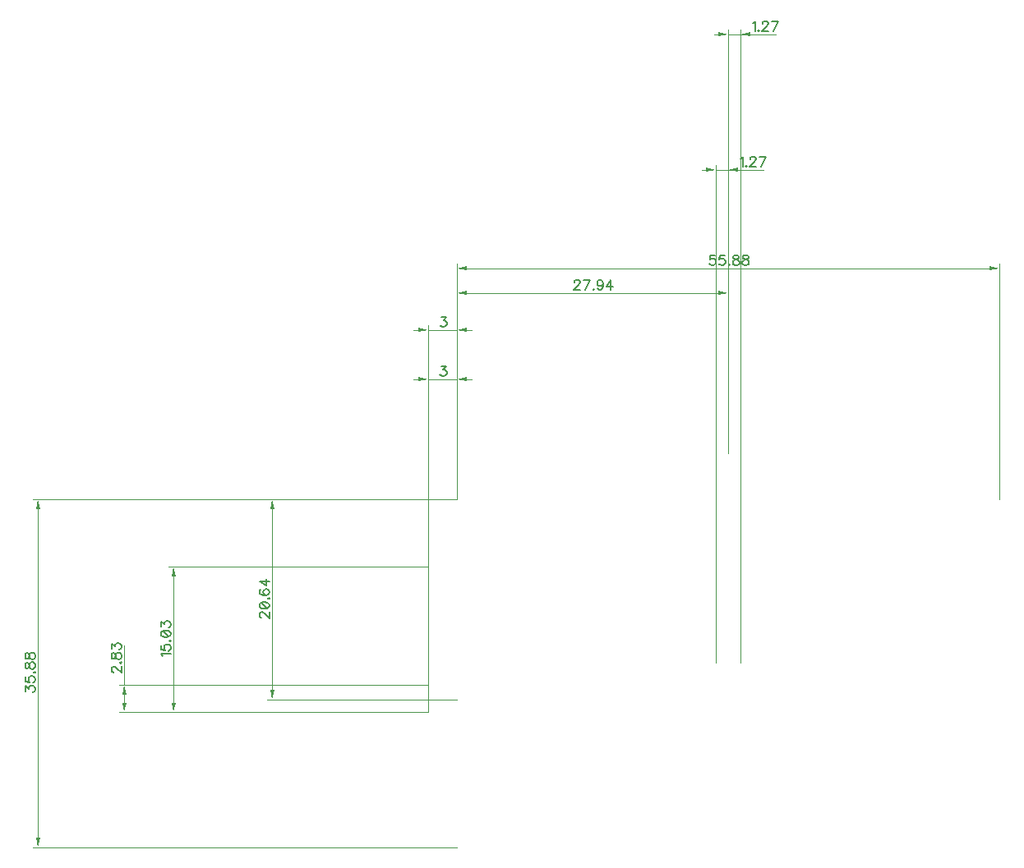
<source format=gbr>
G04 DipTrace 2.4.0.2*
%INTopDimension.gbr*%
%MOIN*%
%ADD13C,0.0014*%
%ADD90C,0.0062*%
%FSLAX44Y44*%
G04*
G70*
G90*
G75*
G01*
%LNTopDimension*%
%LPD*%
X3940Y18065D2*
D13*
Y27637D1*
X25940Y18065D2*
Y27637D1*
X14940Y27440D2*
X4334D1*
G36*
X3940D2*
X4334Y27519D1*
Y27361D1*
X3940Y27440D1*
G37*
X14940D2*
D13*
X25546D1*
G36*
X25940D2*
X25546Y27361D1*
Y27519D1*
X25940Y27440D1*
G37*
X3940Y18065D2*
D13*
X-13257D1*
X3940Y3940D2*
X-13257D1*
X-13060Y11003D2*
Y17671D1*
G36*
Y18065D2*
X-12981Y17671D1*
X-13139D1*
X-13060Y18065D1*
G37*
Y11003D2*
D13*
Y4334D1*
G36*
Y3940D2*
X-13139Y4334D1*
X-12981D1*
X-13060Y3940D1*
G37*
X3940Y18065D2*
D13*
X-3757D1*
X3940Y9940D2*
X-3757D1*
X-3560Y14003D2*
Y17671D1*
G36*
Y18065D2*
X-3481Y17671D1*
X-3639D1*
X-3560Y18065D1*
G37*
Y14003D2*
D13*
Y10334D1*
G36*
Y9940D2*
X-3639Y10334D1*
X-3481D1*
X-3560Y9940D1*
G37*
X3940Y18065D2*
D13*
Y23137D1*
X2759Y15334D2*
Y23137D1*
Y22940D2*
X3940D1*
X2168D2*
X2365D1*
G36*
X2759D2*
X2365Y22861D1*
Y23019D1*
X2759Y22940D1*
G37*
X4531D2*
D13*
X4334D1*
G36*
X3940D2*
X4334Y23019D1*
Y22861D1*
X3940Y22940D1*
G37*
Y18065D2*
D13*
Y25137D1*
X2761Y9417D2*
Y25137D1*
Y24940D2*
X3940D1*
X2170D2*
X2367D1*
G36*
X2761D2*
X2367Y24861D1*
Y25019D1*
X2761Y24940D1*
G37*
X4531D2*
D13*
X4334D1*
G36*
X3940D2*
X4334Y25019D1*
Y24861D1*
X3940Y24940D1*
G37*
Y18065D2*
D13*
Y26637D1*
X14940Y19940D2*
Y26637D1*
X9440Y26440D2*
X4334D1*
G36*
X3940D2*
X4334Y26519D1*
Y26361D1*
X3940Y26440D1*
G37*
X9440D2*
D13*
X14546D1*
G36*
X14940D2*
X14546Y26361D1*
Y26519D1*
X14940Y26440D1*
G37*
Y19940D2*
D13*
Y31637D1*
X14440Y11440D2*
Y31637D1*
Y31440D2*
X14940D1*
X13850D2*
X14046D1*
G36*
X14440D2*
X14046Y31361D1*
Y31519D1*
X14440Y31440D1*
G37*
X15531D2*
D13*
X15334D1*
G36*
X14940D2*
X15334Y31519D1*
Y31361D1*
X14940Y31440D1*
G37*
X16375D2*
D13*
X14940D1*
Y19940D2*
Y37137D1*
X15440Y11440D2*
Y37137D1*
X14940Y36940D2*
X15440D1*
X14350D2*
X14546D1*
G36*
X14940D2*
X14546Y36861D1*
Y37019D1*
X14940Y36940D1*
G37*
X16031D2*
D13*
X15834D1*
G36*
X15440D2*
X15834Y37019D1*
Y36861D1*
X15440Y36940D1*
G37*
X16875D2*
D13*
X15440D1*
X2759Y15334D2*
X-7757D1*
X2761Y9417D2*
X-7757D1*
X-7560Y12375D2*
Y14940D1*
G36*
Y15334D2*
X-7481Y14940D1*
X-7639D1*
X-7560Y15334D1*
G37*
Y12375D2*
D13*
Y9810D1*
G36*
Y9417D2*
X-7639Y9810D1*
X-7481D1*
X-7560Y9417D1*
G37*
X2759Y10530D2*
D13*
X-9757D1*
X2761Y9417D2*
X-9757D1*
X-9560Y9973D2*
Y10137D1*
G36*
Y10530D2*
X-9481Y10137D1*
X-9639D1*
X-9560Y10530D1*
G37*
Y9973D2*
D13*
Y9810D1*
G36*
Y9417D2*
X-9639Y9810D1*
X-9481D1*
X-9560Y9417D1*
G37*
Y12137D2*
D13*
Y10530D1*
X14399Y27964D2*
D90*
X14208D1*
X14189Y27792D1*
X14208Y27811D1*
X14265Y27830D1*
X14322D1*
X14380Y27811D1*
X14418Y27773D1*
X14437Y27715D1*
Y27677D1*
X14418Y27620D1*
X14380Y27581D1*
X14322Y27562D1*
X14265D1*
X14208Y27581D1*
X14189Y27601D1*
X14169Y27639D1*
X14790Y27964D2*
X14599D1*
X14580Y27792D1*
X14599Y27811D1*
X14657Y27830D1*
X14714D1*
X14771Y27811D1*
X14810Y27773D1*
X14829Y27715D1*
Y27677D1*
X14810Y27620D1*
X14771Y27581D1*
X14714Y27562D1*
X14657D1*
X14599Y27581D1*
X14580Y27601D1*
X14561Y27639D1*
X14971Y27601D2*
X14952Y27581D1*
X14971Y27562D1*
X14991Y27581D1*
X14971Y27601D1*
X15210Y27964D2*
X15153Y27945D1*
X15133Y27907D1*
Y27868D1*
X15153Y27830D1*
X15191Y27811D1*
X15267Y27792D1*
X15325Y27773D1*
X15363Y27734D1*
X15382Y27696D1*
Y27639D1*
X15363Y27601D1*
X15344Y27581D1*
X15286Y27562D1*
X15210D1*
X15153Y27581D1*
X15133Y27601D1*
X15114Y27639D1*
Y27696D1*
X15133Y27734D1*
X15172Y27773D1*
X15229Y27792D1*
X15305Y27811D1*
X15344Y27830D1*
X15363Y27868D1*
Y27907D1*
X15344Y27945D1*
X15286Y27964D1*
X15210D1*
X15601D2*
X15544Y27945D1*
X15524Y27907D1*
Y27868D1*
X15544Y27830D1*
X15582Y27811D1*
X15658Y27792D1*
X15716Y27773D1*
X15754Y27734D1*
X15773Y27696D1*
Y27639D1*
X15754Y27601D1*
X15735Y27581D1*
X15677Y27562D1*
X15601D1*
X15544Y27581D1*
X15524Y27601D1*
X15505Y27639D1*
Y27696D1*
X15524Y27734D1*
X15563Y27773D1*
X15620Y27792D1*
X15696Y27811D1*
X15735Y27830D1*
X15754Y27868D1*
Y27907D1*
X15735Y27945D1*
X15677Y27964D1*
X15601D1*
X-13583Y10270D2*
Y10480D1*
X-13430Y10366D1*
Y10423D1*
X-13411Y10461D1*
X-13392Y10480D1*
X-13335Y10500D1*
X-13297D1*
X-13239Y10480D1*
X-13201Y10442D1*
X-13182Y10385D1*
Y10327D1*
X-13201Y10270D1*
X-13220Y10251D1*
X-13258Y10232D1*
X-13583Y10853D2*
Y10662D1*
X-13411Y10643D1*
X-13430Y10662D1*
X-13450Y10719D1*
Y10776D1*
X-13430Y10834D1*
X-13392Y10872D1*
X-13335Y10891D1*
X-13297D1*
X-13239Y10872D1*
X-13201Y10834D1*
X-13182Y10776D1*
Y10719D1*
X-13201Y10662D1*
X-13220Y10643D1*
X-13258Y10623D1*
X-13220Y11034D2*
X-13201Y11015D1*
X-13182Y11034D1*
X-13201Y11053D1*
X-13220Y11034D1*
X-13583Y11272D2*
X-13564Y11215D1*
X-13526Y11196D1*
X-13488D1*
X-13450Y11215D1*
X-13430Y11253D1*
X-13411Y11330D1*
X-13392Y11387D1*
X-13354Y11425D1*
X-13316Y11444D1*
X-13258D1*
X-13220Y11425D1*
X-13201Y11406D1*
X-13182Y11349D1*
Y11272D1*
X-13201Y11215D1*
X-13220Y11196D1*
X-13258Y11177D1*
X-13316D1*
X-13354Y11196D1*
X-13392Y11234D1*
X-13411Y11291D1*
X-13430Y11368D1*
X-13450Y11406D1*
X-13488Y11425D1*
X-13526D1*
X-13564Y11406D1*
X-13583Y11349D1*
Y11272D1*
Y11663D2*
X-13564Y11606D1*
X-13526Y11587D1*
X-13488D1*
X-13450Y11606D1*
X-13430Y11644D1*
X-13411Y11721D1*
X-13392Y11778D1*
X-13354Y11816D1*
X-13316Y11835D1*
X-13258D1*
X-13220Y11816D1*
X-13201Y11797D1*
X-13182Y11740D1*
Y11663D1*
X-13201Y11606D1*
X-13220Y11587D1*
X-13258Y11568D1*
X-13316D1*
X-13354Y11587D1*
X-13392Y11625D1*
X-13411Y11682D1*
X-13430Y11759D1*
X-13450Y11797D1*
X-13488Y11816D1*
X-13526D1*
X-13564Y11797D1*
X-13583Y11740D1*
Y11663D1*
X-3988Y13251D2*
X-4007D1*
X-4045Y13270D1*
X-4064Y13289D1*
X-4083Y13328D1*
Y13404D1*
X-4064Y13442D1*
X-4045Y13461D1*
X-4007Y13481D1*
X-3969D1*
X-3930Y13461D1*
X-3873Y13423D1*
X-3682Y13232D1*
Y13500D1*
X-4083Y13738D2*
X-4064Y13681D1*
X-4007Y13642D1*
X-3911Y13623D1*
X-3854D1*
X-3758Y13642D1*
X-3701Y13681D1*
X-3682Y13738D1*
Y13776D1*
X-3701Y13834D1*
X-3758Y13872D1*
X-3854Y13891D1*
X-3911D1*
X-4007Y13872D1*
X-4064Y13834D1*
X-4083Y13776D1*
Y13738D1*
X-4007Y13872D2*
X-3758Y13642D1*
X-3720Y14034D2*
X-3701Y14015D1*
X-3682Y14034D1*
X-3701Y14053D1*
X-3720Y14034D1*
X-4026Y14406D2*
X-4064Y14387D1*
X-4083Y14329D1*
Y14291D1*
X-4064Y14234D1*
X-4007Y14196D1*
X-3911Y14177D1*
X-3816D1*
X-3739Y14196D1*
X-3701Y14234D1*
X-3682Y14291D1*
Y14310D1*
X-3701Y14368D1*
X-3739Y14406D1*
X-3797Y14425D1*
X-3816D1*
X-3873Y14406D1*
X-3911Y14368D1*
X-3930Y14310D1*
Y14291D1*
X-3911Y14234D1*
X-3873Y14196D1*
X-3816Y14177D1*
X-3682Y14740D2*
X-4083D1*
X-3816Y14549D1*
Y14835D1*
X3285Y23464D2*
X3495D1*
X3380Y23311D1*
X3438D1*
X3476Y23292D1*
X3495Y23273D1*
X3514Y23215D1*
Y23177D1*
X3495Y23120D1*
X3457Y23081D1*
X3399Y23062D1*
X3342D1*
X3285Y23081D1*
X3266Y23101D1*
X3246Y23139D1*
X3286Y25464D2*
X3496D1*
X3381Y25311D1*
X3439D1*
X3477Y25292D1*
X3496Y25273D1*
X3515Y25215D1*
Y25177D1*
X3496Y25120D1*
X3458Y25081D1*
X3400Y25062D1*
X3343D1*
X3286Y25081D1*
X3267Y25101D1*
X3247Y25139D1*
X8688Y26868D2*
Y26887D1*
X8707Y26926D1*
X8726Y26945D1*
X8765Y26964D1*
X8841D1*
X8879Y26945D1*
X8898Y26926D1*
X8918Y26887D1*
Y26849D1*
X8898Y26811D1*
X8860Y26754D1*
X8669Y26562D1*
X8937D1*
X9137D2*
X9328Y26964D1*
X9060D1*
X9471Y26601D2*
X9452Y26581D1*
X9471Y26562D1*
X9490Y26581D1*
X9471Y26601D1*
X9863Y26830D2*
X9843Y26773D1*
X9805Y26734D1*
X9748Y26715D1*
X9729D1*
X9671Y26734D1*
X9633Y26773D1*
X9614Y26830D1*
Y26849D1*
X9633Y26907D1*
X9671Y26945D1*
X9729Y26964D1*
X9748D1*
X9805Y26945D1*
X9843Y26907D1*
X9863Y26830D1*
Y26734D1*
X9843Y26639D1*
X9805Y26581D1*
X9748Y26562D1*
X9710D1*
X9652Y26581D1*
X9633Y26620D1*
X10178Y26562D2*
Y26964D1*
X9986Y26696D1*
X10273D1*
X15426Y31887D2*
X15465Y31907D1*
X15522Y31964D1*
Y31562D1*
X15665Y31601D2*
X15646Y31581D1*
X15665Y31562D1*
X15684Y31581D1*
X15665Y31601D1*
X15827Y31868D2*
Y31887D1*
X15846Y31926D1*
X15865Y31945D1*
X15904Y31964D1*
X15980D1*
X16018Y31945D1*
X16037Y31926D1*
X16057Y31887D1*
Y31849D1*
X16037Y31811D1*
X15999Y31754D1*
X15808Y31562D1*
X16076D1*
X16276D2*
X16467Y31964D1*
X16199D1*
X15926Y37387D2*
X15965Y37407D1*
X16022Y37464D1*
Y37062D1*
X16165Y37101D2*
X16146Y37081D1*
X16165Y37062D1*
X16184Y37081D1*
X16165Y37101D1*
X16327Y37368D2*
Y37387D1*
X16346Y37426D1*
X16365Y37445D1*
X16404Y37464D1*
X16480D1*
X16518Y37445D1*
X16537Y37426D1*
X16557Y37387D1*
Y37349D1*
X16537Y37311D1*
X16499Y37254D1*
X16308Y37062D1*
X16576D1*
X16776D2*
X16967Y37464D1*
X16699D1*
X-8007Y11690D2*
X-8026Y11729D1*
X-8083Y11786D1*
X-7682D1*
X-8083Y12139D2*
Y11948D1*
X-7911Y11929D1*
X-7930Y11948D1*
X-7950Y12005D1*
Y12063D1*
X-7930Y12120D1*
X-7892Y12158D1*
X-7835Y12177D1*
X-7797D1*
X-7739Y12158D1*
X-7701Y12120D1*
X-7682Y12063D1*
Y12005D1*
X-7701Y11948D1*
X-7720Y11929D1*
X-7758Y11910D1*
X-7720Y12320D2*
X-7701Y12301D1*
X-7682Y12320D1*
X-7701Y12339D1*
X-7720Y12320D1*
X-8083Y12578D2*
X-8064Y12520D1*
X-8007Y12482D1*
X-7911Y12463D1*
X-7854D1*
X-7758Y12482D1*
X-7701Y12520D1*
X-7682Y12578D1*
Y12616D1*
X-7701Y12673D1*
X-7758Y12711D1*
X-7854Y12731D1*
X-7911D1*
X-8007Y12711D1*
X-8064Y12673D1*
X-8083Y12616D1*
Y12578D1*
X-8007Y12711D2*
X-7758Y12482D1*
X-8083Y12893D2*
Y13103D1*
X-7930Y12988D1*
Y13046D1*
X-7911Y13084D1*
X-7892Y13103D1*
X-7835Y13122D1*
X-7797D1*
X-7739Y13103D1*
X-7701Y13065D1*
X-7682Y13007D1*
Y12950D1*
X-7701Y12893D1*
X-7720Y12874D1*
X-7758Y12854D1*
X-9988Y11036D2*
X-10007D1*
X-10045Y11055D1*
X-10064Y11074D1*
X-10083Y11113D1*
Y11189D1*
X-10064Y11227D1*
X-10045Y11246D1*
X-10007Y11266D1*
X-9969D1*
X-9930Y11246D1*
X-9873Y11208D1*
X-9682Y11017D1*
Y11285D1*
X-9720Y11427D2*
X-9701Y11408D1*
X-9682Y11427D1*
X-9701Y11447D1*
X-9720Y11427D1*
X-10083Y11666D2*
X-10064Y11609D1*
X-10026Y11589D1*
X-9988D1*
X-9950Y11609D1*
X-9930Y11647D1*
X-9911Y11723D1*
X-9892Y11781D1*
X-9854Y11819D1*
X-9816Y11838D1*
X-9758D1*
X-9720Y11819D1*
X-9701Y11800D1*
X-9682Y11742D1*
Y11666D1*
X-9701Y11609D1*
X-9720Y11589D1*
X-9758Y11570D1*
X-9816D1*
X-9854Y11589D1*
X-9892Y11628D1*
X-9911Y11685D1*
X-9930Y11761D1*
X-9950Y11800D1*
X-9988Y11819D1*
X-10026D1*
X-10064Y11800D1*
X-10083Y11742D1*
Y11666D1*
Y12000D2*
Y12210D1*
X-9930Y12095D1*
Y12153D1*
X-9911Y12191D1*
X-9892Y12210D1*
X-9835Y12229D1*
X-9797D1*
X-9739Y12210D1*
X-9701Y12172D1*
X-9682Y12114D1*
Y12057D1*
X-9701Y12000D1*
X-9720Y11981D1*
X-9758Y11961D1*
M02*

</source>
